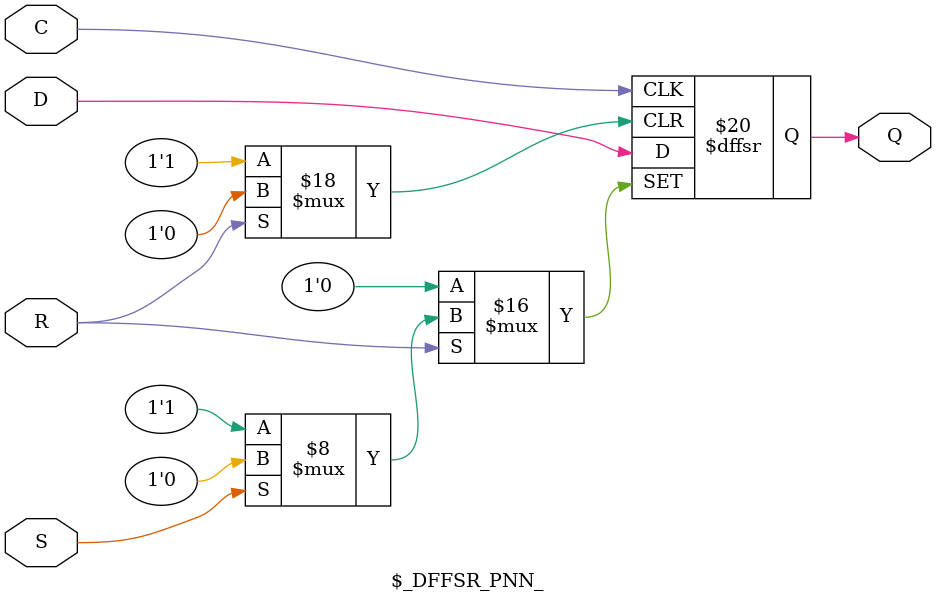
<source format=v>
module \$_DFFSR_PNN_ (C, S, R, D, Q);
input C, S, R, D;
output reg Q;
always @(posedge C, negedge S, negedge R) begin
	if (R == 0)
		Q <= 0;
	else if (S == 0)
		Q <= 1;
	else
		Q <= D;
end
endmodule

</source>
